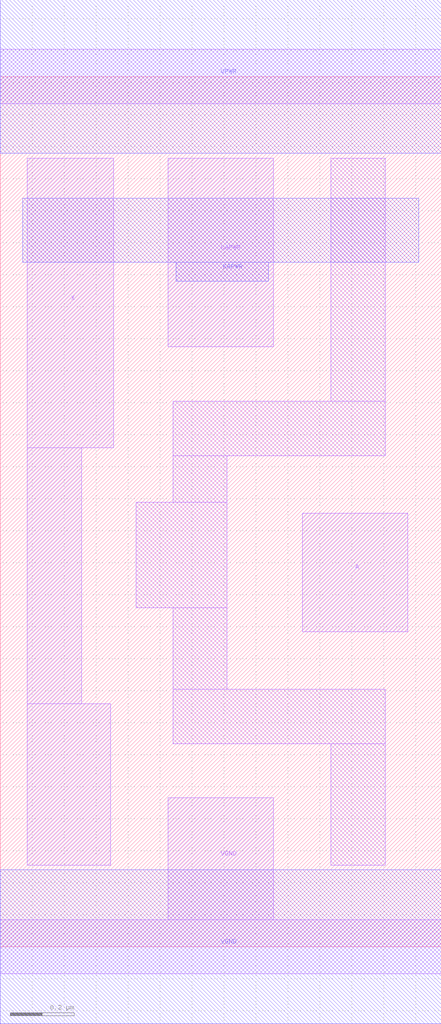
<source format=lef>
# Copyright 2020 The SkyWater PDK Authors
#
# Licensed under the Apache License, Version 2.0 (the "License");
# you may not use this file except in compliance with the License.
# You may obtain a copy of the License at
#
#     https://www.apache.org/licenses/LICENSE-2.0
#
# Unless required by applicable law or agreed to in writing, software
# distributed under the License is distributed on an "AS IS" BASIS,
# WITHOUT WARRANTIES OR CONDITIONS OF ANY KIND, either express or implied.
# See the License for the specific language governing permissions and
# limitations under the License.
#
# SPDX-License-Identifier: Apache-2.0

VERSION 5.5 ;
NAMESCASESENSITIVE ON ;
BUSBITCHARS "[]" ;
DIVIDERCHAR "/" ;
MACRO sky130_fd_sc_hd__lpflow_clkbufkapwr_1
  CLASS CORE ;
  SOURCE USER ;
  ORIGIN  0.000000  0.000000 ;
  SIZE  1.380000 BY  2.720000 ;
  SYMMETRY X Y R90 ;
  SITE unithd ;
  PIN A
    ANTENNAGATEAREA  0.196500 ;
    DIRECTION INPUT ;
    USE SIGNAL ;
    PORT
      LAYER li1 ;
        RECT 0.945000 0.985000 1.275000 1.355000 ;
    END
  END A
  PIN X
    ANTENNADIFFAREA  0.340600 ;
    DIRECTION OUTPUT ;
    USE SIGNAL ;
    PORT
      LAYER li1 ;
        RECT 0.085000 0.255000 0.345000 0.760000 ;
        RECT 0.085000 0.760000 0.255000 1.560000 ;
        RECT 0.085000 1.560000 0.355000 2.465000 ;
    END
  END X
  PIN KAPWR
    DIRECTION INOUT ;
    SHAPE ABUTMENT ;
    USE POWER ;
    PORT
      LAYER li1 ;
        RECT 0.525000 1.875000 0.855000 2.465000 ;
    END
    PORT
      LAYER met1 ;
        RECT 0.070000 2.140000 1.310000 2.340000 ;
        RECT 0.550000 2.080000 0.840000 2.140000 ;
    END
  END KAPWR
  PIN VGND
    DIRECTION INOUT ;
    SHAPE ABUTMENT ;
    USE GROUND ;
    PORT
      LAYER li1 ;
        RECT 0.000000 -0.085000 1.380000 0.085000 ;
        RECT 0.525000  0.085000 0.855000 0.465000 ;
    END
    PORT
      LAYER met1 ;
        RECT 0.000000 -0.240000 1.380000 0.240000 ;
    END
  END VGND
  PIN VNB
    DIRECTION INOUT ;
    USE GROUND ;
    PORT
    END
  END VNB
  PIN VPB
    DIRECTION INOUT ;
    USE POWER ;
    PORT
    END
  END VPB
  PIN VPWR
    DIRECTION INOUT ;
    SHAPE ABUTMENT ;
    USE POWER ;
    PORT
      LAYER li1 ;
        RECT 0.000000 2.635000 1.380000 2.805000 ;
    END
    PORT
      LAYER met1 ;
        RECT 0.000000 2.480000 1.380000 2.960000 ;
    END
  END VPWR
  OBS
    LAYER li1 ;
      RECT 0.425000 1.060000 0.710000 1.390000 ;
      RECT 0.540000 0.635000 1.205000 0.805000 ;
      RECT 0.540000 0.805000 0.710000 1.060000 ;
      RECT 0.540000 1.390000 0.710000 1.535000 ;
      RECT 0.540000 1.535000 1.205000 1.705000 ;
      RECT 1.035000 0.255000 1.205000 0.635000 ;
      RECT 1.035000 1.705000 1.205000 2.465000 ;
  END
END sky130_fd_sc_hd__lpflow_clkbufkapwr_1
END LIBRARY

</source>
